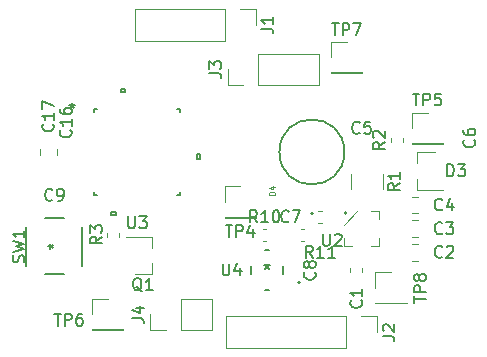
<source format=gbr>
G04 #@! TF.GenerationSoftware,KiCad,Pcbnew,(5.1.5)-3*
G04 #@! TF.CreationDate,2021-01-08T03:31:11-05:00*
G04 #@! TF.ProjectId,EPC611 LIDAR,45504336-3131-4204-9c49-4441522e6b69,rev?*
G04 #@! TF.SameCoordinates,Original*
G04 #@! TF.FileFunction,Legend,Top*
G04 #@! TF.FilePolarity,Positive*
%FSLAX46Y46*%
G04 Gerber Fmt 4.6, Leading zero omitted, Abs format (unit mm)*
G04 Created by KiCad (PCBNEW (5.1.5)-3) date 2021-01-08 03:31:11*
%MOMM*%
%LPD*%
G04 APERTURE LIST*
%ADD10C,0.152400*%
%ADD11C,0.200000*%
%ADD12C,0.120000*%
%ADD13C,0.127000*%
%ADD14C,0.150000*%
%ADD15C,0.015000*%
G04 APERTURE END LIST*
D10*
X121196247Y-113272800D02*
X120803753Y-113272800D01*
X119628400Y-114659640D02*
X119628400Y-115340360D01*
X120803753Y-116727200D02*
X121196247Y-116727200D01*
X122371600Y-115340360D02*
X122371600Y-114659640D01*
X123781300Y-116054100D02*
G75*
G03X123781300Y-116054100I-76200J0D01*
G01*
X106367800Y-108632200D02*
X106613261Y-108632200D01*
X113632200Y-108632200D02*
X113632200Y-108386739D01*
X113632200Y-101367800D02*
X113386739Y-101367800D01*
X106367800Y-101367800D02*
X106367800Y-101613261D01*
X106367800Y-108386739D02*
X106367800Y-108632200D01*
X113386739Y-108632200D02*
X113632200Y-108632200D01*
X113632200Y-101613261D02*
X113632200Y-101367800D01*
X106613261Y-101367800D02*
X106367800Y-101367800D01*
X107809499Y-110105400D02*
X107809499Y-110359400D01*
X107809499Y-110359400D02*
X108190499Y-110359400D01*
X108190499Y-110359400D02*
X108190499Y-110105400D01*
X108190499Y-110105400D02*
X107809499Y-110105400D01*
X115359400Y-105209499D02*
X115359400Y-105590499D01*
X115359400Y-105590499D02*
X115105400Y-105590499D01*
X115105400Y-105590499D02*
X115105400Y-105209499D01*
X115105400Y-105209499D02*
X115359400Y-105209499D01*
X108609500Y-99894600D02*
X108609500Y-99640600D01*
X108609500Y-99640600D02*
X108990500Y-99640600D01*
X108990500Y-99640600D02*
X108990500Y-99894600D01*
X108990500Y-99894600D02*
X108609500Y-99894600D01*
D11*
X127750000Y-110150000D02*
G75*
G03X127750000Y-110150000I-100000J0D01*
G01*
D12*
X128650000Y-110030000D02*
X127530000Y-111150000D01*
X127530000Y-112970000D02*
X127530000Y-112295000D01*
X128205000Y-112970000D02*
X127530000Y-112970000D01*
X130470000Y-110030000D02*
X130470000Y-110705000D01*
X129795000Y-110030000D02*
X130470000Y-110030000D01*
X130470000Y-112970000D02*
X130470000Y-112295000D01*
X129795000Y-112970000D02*
X130470000Y-112970000D01*
X130470000Y-110030000D02*
X130470000Y-110705000D01*
X129795000Y-110030000D02*
X130470000Y-110030000D01*
X130470000Y-110030000D02*
X130470000Y-110705000D01*
X129795000Y-110030000D02*
X130470000Y-110030000D01*
X130170000Y-115170000D02*
X131500000Y-115170000D01*
X130170000Y-116500000D02*
X130170000Y-115170000D01*
X130170000Y-117770000D02*
X132830000Y-117770000D01*
X132830000Y-117770000D02*
X132830000Y-117830000D01*
X130170000Y-117770000D02*
X130170000Y-117830000D01*
X130170000Y-117830000D02*
X132830000Y-117830000D01*
X126420000Y-95670000D02*
X127750000Y-95670000D01*
X126420000Y-97000000D02*
X126420000Y-95670000D01*
X126420000Y-98270000D02*
X129080000Y-98270000D01*
X129080000Y-98270000D02*
X129080000Y-98330000D01*
X126420000Y-98270000D02*
X126420000Y-98330000D01*
X126420000Y-98330000D02*
X129080000Y-98330000D01*
X106170000Y-117420000D02*
X107500000Y-117420000D01*
X106170000Y-118750000D02*
X106170000Y-117420000D01*
X106170000Y-120020000D02*
X108830000Y-120020000D01*
X108830000Y-120020000D02*
X108830000Y-120080000D01*
X106170000Y-120020000D02*
X106170000Y-120080000D01*
X106170000Y-120080000D02*
X108830000Y-120080000D01*
X133270000Y-101670000D02*
X134600000Y-101670000D01*
X133270000Y-103000000D02*
X133270000Y-101670000D01*
X133270000Y-104270000D02*
X135930000Y-104270000D01*
X135930000Y-104270000D02*
X135930000Y-104330000D01*
X133270000Y-104270000D02*
X133270000Y-104330000D01*
X133270000Y-104330000D02*
X135930000Y-104330000D01*
X117420000Y-107920000D02*
X118750000Y-107920000D01*
X117420000Y-109250000D02*
X117420000Y-107920000D01*
X117420000Y-110520000D02*
X120080000Y-110520000D01*
X120080000Y-110520000D02*
X120080000Y-110580000D01*
X117420000Y-110520000D02*
X117420000Y-110580000D01*
X117420000Y-110580000D02*
X120080000Y-110580000D01*
D10*
X105374900Y-114669914D02*
X105374900Y-111330086D01*
X103771959Y-110625100D02*
X102228041Y-110625100D01*
X100625100Y-111330086D02*
X100625100Y-114669914D01*
X102228041Y-115374900D02*
X103771959Y-115374900D01*
D12*
X124162779Y-111490000D02*
X123837221Y-111490000D01*
X124162779Y-112510000D02*
X123837221Y-112510000D01*
X120950279Y-111490000D02*
X120624721Y-111490000D01*
X120950279Y-112510000D02*
X120624721Y-112510000D01*
X108510000Y-112162779D02*
X108510000Y-111837221D01*
X107490000Y-112162779D02*
X107490000Y-111837221D01*
X131490000Y-103837221D02*
X131490000Y-104162779D01*
X132510000Y-103837221D02*
X132510000Y-104162779D01*
X128140000Y-106897936D02*
X128140000Y-108102064D01*
X130860000Y-106897936D02*
X130860000Y-108102064D01*
X111260000Y-115330000D02*
X109800000Y-115330000D01*
X111260000Y-112170000D02*
X109100000Y-112170000D01*
X111260000Y-112170000D02*
X111260000Y-113100000D01*
X111260000Y-115330000D02*
X111260000Y-114400000D01*
X111130000Y-120080000D02*
X111130000Y-118750000D01*
X112460000Y-120080000D02*
X111130000Y-120080000D01*
X113730000Y-120080000D02*
X113730000Y-117420000D01*
X113730000Y-117420000D02*
X116330000Y-117420000D01*
X113730000Y-120080000D02*
X116330000Y-120080000D01*
X116330000Y-120080000D02*
X116330000Y-117420000D01*
X117670000Y-99330000D02*
X117670000Y-98000000D01*
X119000000Y-99330000D02*
X117670000Y-99330000D01*
X120270000Y-99330000D02*
X120270000Y-96670000D01*
X120270000Y-96670000D02*
X125410000Y-96670000D01*
X120270000Y-99330000D02*
X125410000Y-99330000D01*
X125410000Y-99330000D02*
X125410000Y-96670000D01*
X130330000Y-118920000D02*
X130330000Y-120250000D01*
X129000000Y-118920000D02*
X130330000Y-118920000D01*
X127730000Y-118920000D02*
X127730000Y-121580000D01*
X127730000Y-121580000D02*
X117510000Y-121580000D01*
X127730000Y-118920000D02*
X117510000Y-118920000D01*
X117510000Y-118920000D02*
X117510000Y-121580000D01*
X120080000Y-92920000D02*
X120080000Y-94250000D01*
X118750000Y-92920000D02*
X120080000Y-92920000D01*
X117480000Y-92920000D02*
X117480000Y-95580000D01*
X117480000Y-95580000D02*
X109800000Y-95580000D01*
X117480000Y-92920000D02*
X109800000Y-92920000D01*
X109800000Y-92920000D02*
X109800000Y-95580000D01*
D11*
X124900000Y-110200000D02*
G75*
G03X124900000Y-110200000I-100000J0D01*
G01*
D13*
X127550000Y-105000000D02*
G75*
G03X127550000Y-105000000I-2750000J0D01*
G01*
D12*
X133740000Y-105020000D02*
X135200000Y-105020000D01*
X133740000Y-108180000D02*
X135900000Y-108180000D01*
X133740000Y-108180000D02*
X133740000Y-107250000D01*
X133740000Y-105020000D02*
X133740000Y-105950000D01*
X101790000Y-104741422D02*
X101790000Y-105258578D01*
X103210000Y-104741422D02*
X103210000Y-105258578D01*
X125337221Y-111010000D02*
X125662779Y-111010000D01*
X125337221Y-109990000D02*
X125662779Y-109990000D01*
X133241422Y-110210000D02*
X133758578Y-110210000D01*
X133241422Y-108790000D02*
X133758578Y-108790000D01*
X133241422Y-112210000D02*
X133758578Y-112210000D01*
X133241422Y-110790000D02*
X133758578Y-110790000D01*
X133241422Y-114210000D02*
X133758578Y-114210000D01*
X133241422Y-112790000D02*
X133758578Y-112790000D01*
X127990000Y-114837221D02*
X127990000Y-115162779D01*
X129010000Y-114837221D02*
X129010000Y-115162779D01*
D14*
X117238095Y-114452380D02*
X117238095Y-115261904D01*
X117285714Y-115357142D01*
X117333333Y-115404761D01*
X117428571Y-115452380D01*
X117619047Y-115452380D01*
X117714285Y-115404761D01*
X117761904Y-115357142D01*
X117809523Y-115261904D01*
X117809523Y-114452380D01*
X118714285Y-114785714D02*
X118714285Y-115452380D01*
X118476190Y-114404761D02*
X118238095Y-115119047D01*
X118857142Y-115119047D01*
X121000000Y-114452380D02*
X121000000Y-114690476D01*
X120761904Y-114595238D02*
X121000000Y-114690476D01*
X121238095Y-114595238D01*
X120857142Y-114880952D02*
X121000000Y-114690476D01*
X121142857Y-114880952D01*
X109238095Y-110452380D02*
X109238095Y-111261904D01*
X109285714Y-111357142D01*
X109333333Y-111404761D01*
X109428571Y-111452380D01*
X109619047Y-111452380D01*
X109714285Y-111404761D01*
X109761904Y-111357142D01*
X109809523Y-111261904D01*
X109809523Y-110452380D01*
X110190476Y-110452380D02*
X110809523Y-110452380D01*
X110476190Y-110833333D01*
X110619047Y-110833333D01*
X110714285Y-110880952D01*
X110761904Y-110928571D01*
X110809523Y-111023809D01*
X110809523Y-111261904D01*
X110761904Y-111357142D01*
X110714285Y-111404761D01*
X110619047Y-111452380D01*
X110333333Y-111452380D01*
X110238095Y-111404761D01*
X110190476Y-111357142D01*
X104513600Y-100871380D02*
X104513600Y-101109476D01*
X104275504Y-101014238D02*
X104513600Y-101109476D01*
X104751695Y-101014238D01*
X104370742Y-101299952D02*
X104513600Y-101109476D01*
X104656457Y-101299952D01*
X104513600Y-100871380D02*
X104513600Y-101109476D01*
X104275504Y-101014238D02*
X104513600Y-101109476D01*
X104751695Y-101014238D01*
X104370742Y-101299952D02*
X104513600Y-101109476D01*
X104656457Y-101299952D01*
X125738095Y-111952380D02*
X125738095Y-112761904D01*
X125785714Y-112857142D01*
X125833333Y-112904761D01*
X125928571Y-112952380D01*
X126119047Y-112952380D01*
X126214285Y-112904761D01*
X126261904Y-112857142D01*
X126309523Y-112761904D01*
X126309523Y-111952380D01*
X126738095Y-112047619D02*
X126785714Y-112000000D01*
X126880952Y-111952380D01*
X127119047Y-111952380D01*
X127214285Y-112000000D01*
X127261904Y-112047619D01*
X127309523Y-112142857D01*
X127309523Y-112238095D01*
X127261904Y-112380952D01*
X126690476Y-112952380D01*
X127309523Y-112952380D01*
X133452380Y-117761904D02*
X133452380Y-117190476D01*
X134452380Y-117476190D02*
X133452380Y-117476190D01*
X134452380Y-116857142D02*
X133452380Y-116857142D01*
X133452380Y-116476190D01*
X133500000Y-116380952D01*
X133547619Y-116333333D01*
X133642857Y-116285714D01*
X133785714Y-116285714D01*
X133880952Y-116333333D01*
X133928571Y-116380952D01*
X133976190Y-116476190D01*
X133976190Y-116857142D01*
X133880952Y-115714285D02*
X133833333Y-115809523D01*
X133785714Y-115857142D01*
X133690476Y-115904761D01*
X133642857Y-115904761D01*
X133547619Y-115857142D01*
X133500000Y-115809523D01*
X133452380Y-115714285D01*
X133452380Y-115523809D01*
X133500000Y-115428571D01*
X133547619Y-115380952D01*
X133642857Y-115333333D01*
X133690476Y-115333333D01*
X133785714Y-115380952D01*
X133833333Y-115428571D01*
X133880952Y-115523809D01*
X133880952Y-115714285D01*
X133928571Y-115809523D01*
X133976190Y-115857142D01*
X134071428Y-115904761D01*
X134261904Y-115904761D01*
X134357142Y-115857142D01*
X134404761Y-115809523D01*
X134452380Y-115714285D01*
X134452380Y-115523809D01*
X134404761Y-115428571D01*
X134357142Y-115380952D01*
X134261904Y-115333333D01*
X134071428Y-115333333D01*
X133976190Y-115380952D01*
X133928571Y-115428571D01*
X133880952Y-115523809D01*
X126488095Y-94122380D02*
X127059523Y-94122380D01*
X126773809Y-95122380D02*
X126773809Y-94122380D01*
X127392857Y-95122380D02*
X127392857Y-94122380D01*
X127773809Y-94122380D01*
X127869047Y-94170000D01*
X127916666Y-94217619D01*
X127964285Y-94312857D01*
X127964285Y-94455714D01*
X127916666Y-94550952D01*
X127869047Y-94598571D01*
X127773809Y-94646190D01*
X127392857Y-94646190D01*
X128297619Y-94122380D02*
X128964285Y-94122380D01*
X128535714Y-95122380D01*
X102988095Y-118702380D02*
X103559523Y-118702380D01*
X103273809Y-119702380D02*
X103273809Y-118702380D01*
X103892857Y-119702380D02*
X103892857Y-118702380D01*
X104273809Y-118702380D01*
X104369047Y-118750000D01*
X104416666Y-118797619D01*
X104464285Y-118892857D01*
X104464285Y-119035714D01*
X104416666Y-119130952D01*
X104369047Y-119178571D01*
X104273809Y-119226190D01*
X103892857Y-119226190D01*
X105321428Y-118702380D02*
X105130952Y-118702380D01*
X105035714Y-118750000D01*
X104988095Y-118797619D01*
X104892857Y-118940476D01*
X104845238Y-119130952D01*
X104845238Y-119511904D01*
X104892857Y-119607142D01*
X104940476Y-119654761D01*
X105035714Y-119702380D01*
X105226190Y-119702380D01*
X105321428Y-119654761D01*
X105369047Y-119607142D01*
X105416666Y-119511904D01*
X105416666Y-119273809D01*
X105369047Y-119178571D01*
X105321428Y-119130952D01*
X105226190Y-119083333D01*
X105035714Y-119083333D01*
X104940476Y-119130952D01*
X104892857Y-119178571D01*
X104845238Y-119273809D01*
X133338095Y-100052380D02*
X133909523Y-100052380D01*
X133623809Y-101052380D02*
X133623809Y-100052380D01*
X134242857Y-101052380D02*
X134242857Y-100052380D01*
X134623809Y-100052380D01*
X134719047Y-100100000D01*
X134766666Y-100147619D01*
X134814285Y-100242857D01*
X134814285Y-100385714D01*
X134766666Y-100480952D01*
X134719047Y-100528571D01*
X134623809Y-100576190D01*
X134242857Y-100576190D01*
X135719047Y-100052380D02*
X135242857Y-100052380D01*
X135195238Y-100528571D01*
X135242857Y-100480952D01*
X135338095Y-100433333D01*
X135576190Y-100433333D01*
X135671428Y-100480952D01*
X135719047Y-100528571D01*
X135766666Y-100623809D01*
X135766666Y-100861904D01*
X135719047Y-100957142D01*
X135671428Y-101004761D01*
X135576190Y-101052380D01*
X135338095Y-101052380D01*
X135242857Y-101004761D01*
X135195238Y-100957142D01*
X117488095Y-111202380D02*
X118059523Y-111202380D01*
X117773809Y-112202380D02*
X117773809Y-111202380D01*
X118392857Y-112202380D02*
X118392857Y-111202380D01*
X118773809Y-111202380D01*
X118869047Y-111250000D01*
X118916666Y-111297619D01*
X118964285Y-111392857D01*
X118964285Y-111535714D01*
X118916666Y-111630952D01*
X118869047Y-111678571D01*
X118773809Y-111726190D01*
X118392857Y-111726190D01*
X119821428Y-111535714D02*
X119821428Y-112202380D01*
X119583333Y-111154761D02*
X119345238Y-111869047D01*
X119964285Y-111869047D01*
X100404761Y-114333333D02*
X100452380Y-114190476D01*
X100452380Y-113952380D01*
X100404761Y-113857142D01*
X100357142Y-113809523D01*
X100261904Y-113761904D01*
X100166666Y-113761904D01*
X100071428Y-113809523D01*
X100023809Y-113857142D01*
X99976190Y-113952380D01*
X99928571Y-114142857D01*
X99880952Y-114238095D01*
X99833333Y-114285714D01*
X99738095Y-114333333D01*
X99642857Y-114333333D01*
X99547619Y-114285714D01*
X99500000Y-114238095D01*
X99452380Y-114142857D01*
X99452380Y-113904761D01*
X99500000Y-113761904D01*
X99452380Y-113428571D02*
X100452380Y-113190476D01*
X99738095Y-113000000D01*
X100452380Y-112809523D01*
X99452380Y-112571428D01*
X100452380Y-111666666D02*
X100452380Y-112238095D01*
X100452380Y-111952380D02*
X99452380Y-111952380D01*
X99595238Y-112047619D01*
X99690476Y-112142857D01*
X99738095Y-112238095D01*
X102452380Y-113000000D02*
X102690476Y-113000000D01*
X102595238Y-113238095D02*
X102690476Y-113000000D01*
X102595238Y-112761904D01*
X102880952Y-113142857D02*
X102690476Y-113000000D01*
X102880952Y-112857142D01*
X124857142Y-113952380D02*
X124523809Y-113476190D01*
X124285714Y-113952380D02*
X124285714Y-112952380D01*
X124666666Y-112952380D01*
X124761904Y-113000000D01*
X124809523Y-113047619D01*
X124857142Y-113142857D01*
X124857142Y-113285714D01*
X124809523Y-113380952D01*
X124761904Y-113428571D01*
X124666666Y-113476190D01*
X124285714Y-113476190D01*
X125809523Y-113952380D02*
X125238095Y-113952380D01*
X125523809Y-113952380D02*
X125523809Y-112952380D01*
X125428571Y-113095238D01*
X125333333Y-113190476D01*
X125238095Y-113238095D01*
X126761904Y-113952380D02*
X126190476Y-113952380D01*
X126476190Y-113952380D02*
X126476190Y-112952380D01*
X126380952Y-113095238D01*
X126285714Y-113190476D01*
X126190476Y-113238095D01*
X120144642Y-110952380D02*
X119811309Y-110476190D01*
X119573214Y-110952380D02*
X119573214Y-109952380D01*
X119954166Y-109952380D01*
X120049404Y-110000000D01*
X120097023Y-110047619D01*
X120144642Y-110142857D01*
X120144642Y-110285714D01*
X120097023Y-110380952D01*
X120049404Y-110428571D01*
X119954166Y-110476190D01*
X119573214Y-110476190D01*
X121097023Y-110952380D02*
X120525595Y-110952380D01*
X120811309Y-110952380D02*
X120811309Y-109952380D01*
X120716071Y-110095238D01*
X120620833Y-110190476D01*
X120525595Y-110238095D01*
X121716071Y-109952380D02*
X121811309Y-109952380D01*
X121906547Y-110000000D01*
X121954166Y-110047619D01*
X122001785Y-110142857D01*
X122049404Y-110333333D01*
X122049404Y-110571428D01*
X122001785Y-110761904D01*
X121954166Y-110857142D01*
X121906547Y-110904761D01*
X121811309Y-110952380D01*
X121716071Y-110952380D01*
X121620833Y-110904761D01*
X121573214Y-110857142D01*
X121525595Y-110761904D01*
X121477976Y-110571428D01*
X121477976Y-110333333D01*
X121525595Y-110142857D01*
X121573214Y-110047619D01*
X121620833Y-110000000D01*
X121716071Y-109952380D01*
X107022380Y-112166666D02*
X106546190Y-112500000D01*
X107022380Y-112738095D02*
X106022380Y-112738095D01*
X106022380Y-112357142D01*
X106070000Y-112261904D01*
X106117619Y-112214285D01*
X106212857Y-112166666D01*
X106355714Y-112166666D01*
X106450952Y-112214285D01*
X106498571Y-112261904D01*
X106546190Y-112357142D01*
X106546190Y-112738095D01*
X106022380Y-111833333D02*
X106022380Y-111214285D01*
X106403333Y-111547619D01*
X106403333Y-111404761D01*
X106450952Y-111309523D01*
X106498571Y-111261904D01*
X106593809Y-111214285D01*
X106831904Y-111214285D01*
X106927142Y-111261904D01*
X106974761Y-111309523D01*
X107022380Y-111404761D01*
X107022380Y-111690476D01*
X106974761Y-111785714D01*
X106927142Y-111833333D01*
X130952380Y-104166666D02*
X130476190Y-104500000D01*
X130952380Y-104738095D02*
X129952380Y-104738095D01*
X129952380Y-104357142D01*
X130000000Y-104261904D01*
X130047619Y-104214285D01*
X130142857Y-104166666D01*
X130285714Y-104166666D01*
X130380952Y-104214285D01*
X130428571Y-104261904D01*
X130476190Y-104357142D01*
X130476190Y-104738095D01*
X130047619Y-103785714D02*
X130000000Y-103738095D01*
X129952380Y-103642857D01*
X129952380Y-103404761D01*
X130000000Y-103309523D01*
X130047619Y-103261904D01*
X130142857Y-103214285D01*
X130238095Y-103214285D01*
X130380952Y-103261904D01*
X130952380Y-103833333D01*
X130952380Y-103214285D01*
X132232380Y-107666666D02*
X131756190Y-108000000D01*
X132232380Y-108238095D02*
X131232380Y-108238095D01*
X131232380Y-107857142D01*
X131280000Y-107761904D01*
X131327619Y-107714285D01*
X131422857Y-107666666D01*
X131565714Y-107666666D01*
X131660952Y-107714285D01*
X131708571Y-107761904D01*
X131756190Y-107857142D01*
X131756190Y-108238095D01*
X132232380Y-106714285D02*
X132232380Y-107285714D01*
X132232380Y-107000000D02*
X131232380Y-107000000D01*
X131375238Y-107095238D01*
X131470476Y-107190476D01*
X131518095Y-107285714D01*
X110404761Y-116797619D02*
X110309523Y-116750000D01*
X110214285Y-116654761D01*
X110071428Y-116511904D01*
X109976190Y-116464285D01*
X109880952Y-116464285D01*
X109928571Y-116702380D02*
X109833333Y-116654761D01*
X109738095Y-116559523D01*
X109690476Y-116369047D01*
X109690476Y-116035714D01*
X109738095Y-115845238D01*
X109833333Y-115750000D01*
X109928571Y-115702380D01*
X110119047Y-115702380D01*
X110214285Y-115750000D01*
X110309523Y-115845238D01*
X110357142Y-116035714D01*
X110357142Y-116369047D01*
X110309523Y-116559523D01*
X110214285Y-116654761D01*
X110119047Y-116702380D01*
X109928571Y-116702380D01*
X111309523Y-116702380D02*
X110738095Y-116702380D01*
X111023809Y-116702380D02*
X111023809Y-115702380D01*
X110928571Y-115845238D01*
X110833333Y-115940476D01*
X110738095Y-115988095D01*
X109582380Y-119083333D02*
X110296666Y-119083333D01*
X110439523Y-119130952D01*
X110534761Y-119226190D01*
X110582380Y-119369047D01*
X110582380Y-119464285D01*
X109915714Y-118178571D02*
X110582380Y-118178571D01*
X109534761Y-118416666D02*
X110249047Y-118654761D01*
X110249047Y-118035714D01*
X116122380Y-98333333D02*
X116836666Y-98333333D01*
X116979523Y-98380952D01*
X117074761Y-98476190D01*
X117122380Y-98619047D01*
X117122380Y-98714285D01*
X116122380Y-97952380D02*
X116122380Y-97333333D01*
X116503333Y-97666666D01*
X116503333Y-97523809D01*
X116550952Y-97428571D01*
X116598571Y-97380952D01*
X116693809Y-97333333D01*
X116931904Y-97333333D01*
X117027142Y-97380952D01*
X117074761Y-97428571D01*
X117122380Y-97523809D01*
X117122380Y-97809523D01*
X117074761Y-97904761D01*
X117027142Y-97952380D01*
X130782380Y-120583333D02*
X131496666Y-120583333D01*
X131639523Y-120630952D01*
X131734761Y-120726190D01*
X131782380Y-120869047D01*
X131782380Y-120964285D01*
X130877619Y-120154761D02*
X130830000Y-120107142D01*
X130782380Y-120011904D01*
X130782380Y-119773809D01*
X130830000Y-119678571D01*
X130877619Y-119630952D01*
X130972857Y-119583333D01*
X131068095Y-119583333D01*
X131210952Y-119630952D01*
X131782380Y-120202380D01*
X131782380Y-119583333D01*
X120532380Y-94583333D02*
X121246666Y-94583333D01*
X121389523Y-94630952D01*
X121484761Y-94726190D01*
X121532380Y-94869047D01*
X121532380Y-94964285D01*
X121532380Y-93583333D02*
X121532380Y-94154761D01*
X121532380Y-93869047D02*
X120532380Y-93869047D01*
X120675238Y-93964285D01*
X120770476Y-94059523D01*
X120818095Y-94154761D01*
D15*
X121662342Y-108630285D02*
X121182342Y-108630285D01*
X121182342Y-108516000D01*
X121205200Y-108447428D01*
X121250914Y-108401714D01*
X121296628Y-108378857D01*
X121388057Y-108356000D01*
X121456628Y-108356000D01*
X121548057Y-108378857D01*
X121593771Y-108401714D01*
X121639485Y-108447428D01*
X121662342Y-108516000D01*
X121662342Y-108630285D01*
X121342342Y-107944571D02*
X121662342Y-107944571D01*
X121159485Y-108058857D02*
X121502342Y-108173142D01*
X121502342Y-107876000D01*
D14*
X136261904Y-107052380D02*
X136261904Y-106052380D01*
X136500000Y-106052380D01*
X136642857Y-106100000D01*
X136738095Y-106195238D01*
X136785714Y-106290476D01*
X136833333Y-106480952D01*
X136833333Y-106623809D01*
X136785714Y-106814285D01*
X136738095Y-106909523D01*
X136642857Y-107004761D01*
X136500000Y-107052380D01*
X136261904Y-107052380D01*
X137166666Y-106052380D02*
X137785714Y-106052380D01*
X137452380Y-106433333D01*
X137595238Y-106433333D01*
X137690476Y-106480952D01*
X137738095Y-106528571D01*
X137785714Y-106623809D01*
X137785714Y-106861904D01*
X137738095Y-106957142D01*
X137690476Y-107004761D01*
X137595238Y-107052380D01*
X137309523Y-107052380D01*
X137214285Y-107004761D01*
X137166666Y-106957142D01*
X102857142Y-102642857D02*
X102904761Y-102690476D01*
X102952380Y-102833333D01*
X102952380Y-102928571D01*
X102904761Y-103071428D01*
X102809523Y-103166666D01*
X102714285Y-103214285D01*
X102523809Y-103261904D01*
X102380952Y-103261904D01*
X102190476Y-103214285D01*
X102095238Y-103166666D01*
X102000000Y-103071428D01*
X101952380Y-102928571D01*
X101952380Y-102833333D01*
X102000000Y-102690476D01*
X102047619Y-102642857D01*
X102952380Y-101690476D02*
X102952380Y-102261904D01*
X102952380Y-101976190D02*
X101952380Y-101976190D01*
X102095238Y-102071428D01*
X102190476Y-102166666D01*
X102238095Y-102261904D01*
X101952380Y-101357142D02*
X101952380Y-100690476D01*
X102952380Y-101119047D01*
X104357142Y-103142857D02*
X104404761Y-103190476D01*
X104452380Y-103333333D01*
X104452380Y-103428571D01*
X104404761Y-103571428D01*
X104309523Y-103666666D01*
X104214285Y-103714285D01*
X104023809Y-103761904D01*
X103880952Y-103761904D01*
X103690476Y-103714285D01*
X103595238Y-103666666D01*
X103500000Y-103571428D01*
X103452380Y-103428571D01*
X103452380Y-103333333D01*
X103500000Y-103190476D01*
X103547619Y-103142857D01*
X104452380Y-102190476D02*
X104452380Y-102761904D01*
X104452380Y-102476190D02*
X103452380Y-102476190D01*
X103595238Y-102571428D01*
X103690476Y-102666666D01*
X103738095Y-102761904D01*
X103452380Y-101333333D02*
X103452380Y-101523809D01*
X103500000Y-101619047D01*
X103547619Y-101666666D01*
X103690476Y-101761904D01*
X103880952Y-101809523D01*
X104261904Y-101809523D01*
X104357142Y-101761904D01*
X104404761Y-101714285D01*
X104452380Y-101619047D01*
X104452380Y-101428571D01*
X104404761Y-101333333D01*
X104357142Y-101285714D01*
X104261904Y-101238095D01*
X104023809Y-101238095D01*
X103928571Y-101285714D01*
X103880952Y-101333333D01*
X103833333Y-101428571D01*
X103833333Y-101619047D01*
X103880952Y-101714285D01*
X103928571Y-101761904D01*
X104023809Y-101809523D01*
X102833333Y-109027142D02*
X102785714Y-109074761D01*
X102642857Y-109122380D01*
X102547619Y-109122380D01*
X102404761Y-109074761D01*
X102309523Y-108979523D01*
X102261904Y-108884285D01*
X102214285Y-108693809D01*
X102214285Y-108550952D01*
X102261904Y-108360476D01*
X102309523Y-108265238D01*
X102404761Y-108170000D01*
X102547619Y-108122380D01*
X102642857Y-108122380D01*
X102785714Y-108170000D01*
X102833333Y-108217619D01*
X103309523Y-109122380D02*
X103500000Y-109122380D01*
X103595238Y-109074761D01*
X103642857Y-109027142D01*
X103738095Y-108884285D01*
X103785714Y-108693809D01*
X103785714Y-108312857D01*
X103738095Y-108217619D01*
X103690476Y-108170000D01*
X103595238Y-108122380D01*
X103404761Y-108122380D01*
X103309523Y-108170000D01*
X103261904Y-108217619D01*
X103214285Y-108312857D01*
X103214285Y-108550952D01*
X103261904Y-108646190D01*
X103309523Y-108693809D01*
X103404761Y-108741428D01*
X103595238Y-108741428D01*
X103690476Y-108693809D01*
X103738095Y-108646190D01*
X103785714Y-108550952D01*
X125027142Y-115181666D02*
X125074761Y-115229285D01*
X125122380Y-115372142D01*
X125122380Y-115467380D01*
X125074761Y-115610238D01*
X124979523Y-115705476D01*
X124884285Y-115753095D01*
X124693809Y-115800714D01*
X124550952Y-115800714D01*
X124360476Y-115753095D01*
X124265238Y-115705476D01*
X124170000Y-115610238D01*
X124122380Y-115467380D01*
X124122380Y-115372142D01*
X124170000Y-115229285D01*
X124217619Y-115181666D01*
X124550952Y-114610238D02*
X124503333Y-114705476D01*
X124455714Y-114753095D01*
X124360476Y-114800714D01*
X124312857Y-114800714D01*
X124217619Y-114753095D01*
X124170000Y-114705476D01*
X124122380Y-114610238D01*
X124122380Y-114419761D01*
X124170000Y-114324523D01*
X124217619Y-114276904D01*
X124312857Y-114229285D01*
X124360476Y-114229285D01*
X124455714Y-114276904D01*
X124503333Y-114324523D01*
X124550952Y-114419761D01*
X124550952Y-114610238D01*
X124598571Y-114705476D01*
X124646190Y-114753095D01*
X124741428Y-114800714D01*
X124931904Y-114800714D01*
X125027142Y-114753095D01*
X125074761Y-114705476D01*
X125122380Y-114610238D01*
X125122380Y-114419761D01*
X125074761Y-114324523D01*
X125027142Y-114276904D01*
X124931904Y-114229285D01*
X124741428Y-114229285D01*
X124646190Y-114276904D01*
X124598571Y-114324523D01*
X124550952Y-114419761D01*
X122833333Y-110857142D02*
X122785714Y-110904761D01*
X122642857Y-110952380D01*
X122547619Y-110952380D01*
X122404761Y-110904761D01*
X122309523Y-110809523D01*
X122261904Y-110714285D01*
X122214285Y-110523809D01*
X122214285Y-110380952D01*
X122261904Y-110190476D01*
X122309523Y-110095238D01*
X122404761Y-110000000D01*
X122547619Y-109952380D01*
X122642857Y-109952380D01*
X122785714Y-110000000D01*
X122833333Y-110047619D01*
X123166666Y-109952380D02*
X123833333Y-109952380D01*
X123404761Y-110952380D01*
X138527142Y-103966666D02*
X138574761Y-104014285D01*
X138622380Y-104157142D01*
X138622380Y-104252380D01*
X138574761Y-104395238D01*
X138479523Y-104490476D01*
X138384285Y-104538095D01*
X138193809Y-104585714D01*
X138050952Y-104585714D01*
X137860476Y-104538095D01*
X137765238Y-104490476D01*
X137670000Y-104395238D01*
X137622380Y-104252380D01*
X137622380Y-104157142D01*
X137670000Y-104014285D01*
X137717619Y-103966666D01*
X137622380Y-103109523D02*
X137622380Y-103300000D01*
X137670000Y-103395238D01*
X137717619Y-103442857D01*
X137860476Y-103538095D01*
X138050952Y-103585714D01*
X138431904Y-103585714D01*
X138527142Y-103538095D01*
X138574761Y-103490476D01*
X138622380Y-103395238D01*
X138622380Y-103204761D01*
X138574761Y-103109523D01*
X138527142Y-103061904D01*
X138431904Y-103014285D01*
X138193809Y-103014285D01*
X138098571Y-103061904D01*
X138050952Y-103109523D01*
X138003333Y-103204761D01*
X138003333Y-103395238D01*
X138050952Y-103490476D01*
X138098571Y-103538095D01*
X138193809Y-103585714D01*
X128833333Y-103357142D02*
X128785714Y-103404761D01*
X128642857Y-103452380D01*
X128547619Y-103452380D01*
X128404761Y-103404761D01*
X128309523Y-103309523D01*
X128261904Y-103214285D01*
X128214285Y-103023809D01*
X128214285Y-102880952D01*
X128261904Y-102690476D01*
X128309523Y-102595238D01*
X128404761Y-102500000D01*
X128547619Y-102452380D01*
X128642857Y-102452380D01*
X128785714Y-102500000D01*
X128833333Y-102547619D01*
X129738095Y-102452380D02*
X129261904Y-102452380D01*
X129214285Y-102928571D01*
X129261904Y-102880952D01*
X129357142Y-102833333D01*
X129595238Y-102833333D01*
X129690476Y-102880952D01*
X129738095Y-102928571D01*
X129785714Y-103023809D01*
X129785714Y-103261904D01*
X129738095Y-103357142D01*
X129690476Y-103404761D01*
X129595238Y-103452380D01*
X129357142Y-103452380D01*
X129261904Y-103404761D01*
X129214285Y-103357142D01*
X135833333Y-109857142D02*
X135785714Y-109904761D01*
X135642857Y-109952380D01*
X135547619Y-109952380D01*
X135404761Y-109904761D01*
X135309523Y-109809523D01*
X135261904Y-109714285D01*
X135214285Y-109523809D01*
X135214285Y-109380952D01*
X135261904Y-109190476D01*
X135309523Y-109095238D01*
X135404761Y-109000000D01*
X135547619Y-108952380D01*
X135642857Y-108952380D01*
X135785714Y-109000000D01*
X135833333Y-109047619D01*
X136690476Y-109285714D02*
X136690476Y-109952380D01*
X136452380Y-108904761D02*
X136214285Y-109619047D01*
X136833333Y-109619047D01*
X135833333Y-111857142D02*
X135785714Y-111904761D01*
X135642857Y-111952380D01*
X135547619Y-111952380D01*
X135404761Y-111904761D01*
X135309523Y-111809523D01*
X135261904Y-111714285D01*
X135214285Y-111523809D01*
X135214285Y-111380952D01*
X135261904Y-111190476D01*
X135309523Y-111095238D01*
X135404761Y-111000000D01*
X135547619Y-110952380D01*
X135642857Y-110952380D01*
X135785714Y-111000000D01*
X135833333Y-111047619D01*
X136166666Y-110952380D02*
X136785714Y-110952380D01*
X136452380Y-111333333D01*
X136595238Y-111333333D01*
X136690476Y-111380952D01*
X136738095Y-111428571D01*
X136785714Y-111523809D01*
X136785714Y-111761904D01*
X136738095Y-111857142D01*
X136690476Y-111904761D01*
X136595238Y-111952380D01*
X136309523Y-111952380D01*
X136214285Y-111904761D01*
X136166666Y-111857142D01*
X135833333Y-113857142D02*
X135785714Y-113904761D01*
X135642857Y-113952380D01*
X135547619Y-113952380D01*
X135404761Y-113904761D01*
X135309523Y-113809523D01*
X135261904Y-113714285D01*
X135214285Y-113523809D01*
X135214285Y-113380952D01*
X135261904Y-113190476D01*
X135309523Y-113095238D01*
X135404761Y-113000000D01*
X135547619Y-112952380D01*
X135642857Y-112952380D01*
X135785714Y-113000000D01*
X135833333Y-113047619D01*
X136214285Y-113047619D02*
X136261904Y-113000000D01*
X136357142Y-112952380D01*
X136595238Y-112952380D01*
X136690476Y-113000000D01*
X136738095Y-113047619D01*
X136785714Y-113142857D01*
X136785714Y-113238095D01*
X136738095Y-113380952D01*
X136166666Y-113952380D01*
X136785714Y-113952380D01*
X128957142Y-117566666D02*
X129004761Y-117614285D01*
X129052380Y-117757142D01*
X129052380Y-117852380D01*
X129004761Y-117995238D01*
X128909523Y-118090476D01*
X128814285Y-118138095D01*
X128623809Y-118185714D01*
X128480952Y-118185714D01*
X128290476Y-118138095D01*
X128195238Y-118090476D01*
X128100000Y-117995238D01*
X128052380Y-117852380D01*
X128052380Y-117757142D01*
X128100000Y-117614285D01*
X128147619Y-117566666D01*
X129052380Y-116614285D02*
X129052380Y-117185714D01*
X129052380Y-116900000D02*
X128052380Y-116900000D01*
X128195238Y-116995238D01*
X128290476Y-117090476D01*
X128338095Y-117185714D01*
M02*

</source>
